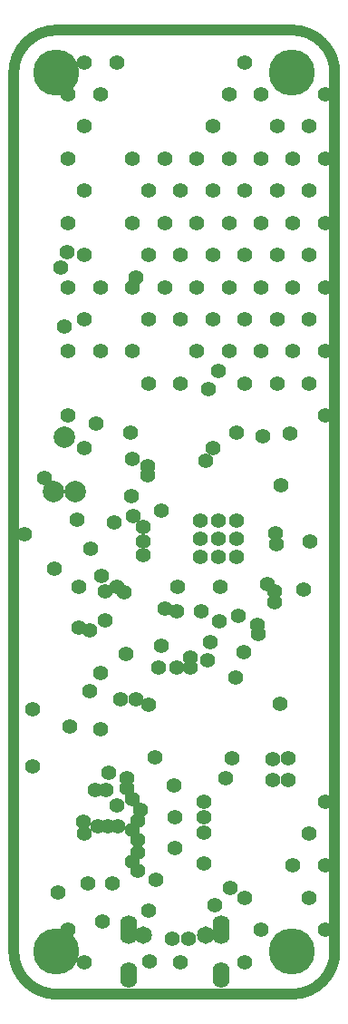
<source format=gbr>
%TF.GenerationSoftware,Altium Limited,Altium Designer,24.3.1 (35)*%
G04 Layer_Physical_Order=3*
G04 Layer_Color=128*
%FSLAX45Y45*%
%MOMM*%
%TF.SameCoordinates,F890BB90-1D0F-4F84-9AE3-556F965AF49A*%
%TF.FilePolarity,Negative*%
%TF.FileFunction,Copper,L3,Inr,Plane*%
%TF.Part,Single*%
G01*
G75*
%TA.AperFunction,NonConductor*%
%ADD54C,1.01600*%
%TA.AperFunction,WasherPad*%
%ADD55C,4.30000*%
%TA.AperFunction,ComponentPad*%
%ADD56C,1.65000*%
%ADD57O,1.60000X2.70000*%
%ADD58O,1.60000X2.40000*%
%ADD59C,2.00000*%
%TA.AperFunction,ViaPad*%
%ADD60C,1.40000*%
D54*
X8240000Y6000000D02*
G03*
X8640000Y6400000I0J400000D01*
G01*
Y14600000D02*
G03*
X8240000Y15000000I-400000J0D01*
G01*
X5640000Y6400000D02*
G03*
X6040000Y6000000I400000J0D01*
G01*
X6039999Y15000000D02*
G03*
X5639999Y14600000I0J-400000D01*
G01*
X6040000Y6000000D02*
X8240000D01*
X8640000Y6400000D02*
Y14600000D01*
X6039999Y15000000D02*
X8240000D01*
X5639999Y14600000D02*
X5640000Y6400000D01*
D55*
X6039999Y14600000D02*
D03*
X8240000D02*
D03*
X6040000Y6400000D02*
D03*
X8240000D02*
D03*
D56*
X7431000Y6550000D02*
D03*
X6853000D02*
D03*
D57*
X7574000Y6600000D02*
D03*
X6710000D02*
D03*
D58*
X7574000Y6182000D02*
D03*
X6710000D02*
D03*
D59*
X6008500Y10692000D02*
D03*
X6211500D02*
D03*
X6110000Y11200000D02*
D03*
D60*
X7916092Y9450240D02*
D03*
X8549997Y14399995D02*
D03*
X8399997Y14099995D02*
D03*
X8549997Y13799995D02*
D03*
X8399997Y13499995D02*
D03*
X8549997Y13199995D02*
D03*
X8399997Y12899995D02*
D03*
X8549997Y12599996D02*
D03*
X8399997Y12299996D02*
D03*
X8549997Y11999996D02*
D03*
X8399997Y11699996D02*
D03*
X8549997Y11399997D02*
D03*
Y7799998D02*
D03*
X8399997Y7499998D02*
D03*
X8549997Y7199998D02*
D03*
X8399997Y6899998D02*
D03*
X8549997Y6599998D02*
D03*
X8099998Y14099995D02*
D03*
X8249997Y13799995D02*
D03*
X8099998Y13499995D02*
D03*
X8249997Y13199995D02*
D03*
X8099998Y12899995D02*
D03*
X8249997Y12599996D02*
D03*
X8099998Y12299996D02*
D03*
X8249997Y11999996D02*
D03*
X8099998Y11699996D02*
D03*
X8249997Y7199998D02*
D03*
X7799998Y14699995D02*
D03*
X7949998Y14399995D02*
D03*
Y13799995D02*
D03*
X7799998Y13499995D02*
D03*
X7949998Y13199995D02*
D03*
X7799998Y12899995D02*
D03*
X7949998Y12599996D02*
D03*
X7799998Y12299996D02*
D03*
X7949998Y11999996D02*
D03*
X7799998Y11699996D02*
D03*
Y6899998D02*
D03*
X7949998Y6599998D02*
D03*
X7799998Y6299998D02*
D03*
X7649998Y14399995D02*
D03*
X7499998Y14099995D02*
D03*
X7649998Y13799995D02*
D03*
X7499998Y13499995D02*
D03*
X7649998Y13199995D02*
D03*
X7499998Y12899995D02*
D03*
X7649998Y12599996D02*
D03*
X7499998Y12299996D02*
D03*
X7649998Y11999996D02*
D03*
X7499998Y11099997D02*
D03*
X7349998Y13799995D02*
D03*
X7199998Y13499995D02*
D03*
X7349998Y13199995D02*
D03*
X7199998Y12899995D02*
D03*
X7349998Y12599996D02*
D03*
X7199998Y12299996D02*
D03*
X7349998Y11999996D02*
D03*
X7199998Y11699996D02*
D03*
Y6299998D02*
D03*
X7049998Y13799995D02*
D03*
X6899998Y13499995D02*
D03*
X7049998Y13199995D02*
D03*
X6899998Y12899995D02*
D03*
X7049998Y12599996D02*
D03*
X6899998Y12299996D02*
D03*
Y11699996D02*
D03*
X7049998Y9599997D02*
D03*
X6899998Y8699997D02*
D03*
X6599998Y14699995D02*
D03*
X6749998Y13799995D02*
D03*
Y13199995D02*
D03*
Y12599996D02*
D03*
Y11999996D02*
D03*
X6299998Y14699995D02*
D03*
X6449998Y14399995D02*
D03*
X6299998Y14099995D02*
D03*
Y13499995D02*
D03*
Y12899995D02*
D03*
X6449998Y12599996D02*
D03*
X6299998Y12299996D02*
D03*
X6449998Y11999996D02*
D03*
X6299998Y11099997D02*
D03*
X6449998Y8999997D02*
D03*
X6299998Y7499998D02*
D03*
Y6299998D02*
D03*
X6149998Y14399995D02*
D03*
Y13799995D02*
D03*
Y13199995D02*
D03*
Y12599996D02*
D03*
Y11999996D02*
D03*
Y11399997D02*
D03*
Y6599998D02*
D03*
X7790000Y9190000D02*
D03*
X6851767Y10358234D02*
D03*
X6760000Y10460000D02*
D03*
X6738755Y10651245D02*
D03*
X6670000Y9750000D02*
D03*
X6250000Y9800000D02*
D03*
X6960000Y8210000D02*
D03*
X6894600Y10843155D02*
D03*
Y10932100D02*
D03*
X7570000Y9800000D02*
D03*
X8079173Y9660000D02*
D03*
X7710000Y8960000D02*
D03*
X8079173Y9760000D02*
D03*
X7921245Y9358755D02*
D03*
X7740000Y9530000D02*
D03*
X7480000Y9290000D02*
D03*
X7020000Y9250000D02*
D03*
X6690000Y9180000D02*
D03*
X6780000Y8750000D02*
D03*
X6990000Y9050000D02*
D03*
X7160000D02*
D03*
X7290000D02*
D03*
Y9140000D02*
D03*
X6700000Y7920000D02*
D03*
X6531244Y8068755D02*
D03*
X7453755Y9116245D02*
D03*
X6750000Y7820000D02*
D03*
X6820000Y7720000D02*
D03*
X6800000Y7620000D02*
D03*
X6330000Y7032100D02*
D03*
X5740000Y10290000D02*
D03*
X5820000Y8130000D02*
D03*
Y8660000D02*
D03*
X6020000Y9970000D02*
D03*
X7560000Y9480000D02*
D03*
X7390000Y9570000D02*
D03*
X8010000Y9830000D02*
D03*
X8091562Y10204462D02*
D03*
X6850000Y10100000D02*
D03*
X7020000Y10510000D02*
D03*
X6850000Y10230000D02*
D03*
X6750000Y11000000D02*
D03*
X8060000Y8190000D02*
D03*
X7431245Y10981244D02*
D03*
X7550000Y10080000D02*
D03*
Y10420000D02*
D03*
X7720000Y10080000D02*
D03*
X7720000Y10250000D02*
D03*
Y10420000D02*
D03*
X7550000Y10250000D02*
D03*
X7380000D02*
D03*
Y10080000D02*
D03*
Y10420000D02*
D03*
X6600000Y7760000D02*
D03*
X6910000Y6310000D02*
D03*
X8200000Y8000000D02*
D03*
Y8200000D02*
D03*
X6460000Y9900000D02*
D03*
X7680000Y8200000D02*
D03*
X8060000Y8000000D02*
D03*
X7145000Y7655000D02*
D03*
X6580000Y10400000D02*
D03*
X6230000Y10430000D02*
D03*
X6360000Y10160000D02*
D03*
X6600000Y9800000D02*
D03*
X6490000Y9760000D02*
D03*
Y9490000D02*
D03*
X6700000Y8020000D02*
D03*
X6500000Y7910000D02*
D03*
X7720000Y11240000D02*
D03*
X7970000Y11210000D02*
D03*
X8220000Y11230000D02*
D03*
X8350000Y9780000D02*
D03*
X6640000Y8750000D02*
D03*
X6610000Y7570000D02*
D03*
X6518755Y7568755D02*
D03*
X6400000Y7910000D02*
D03*
X6160000Y8500000D02*
D03*
X6250000Y9420000D02*
D03*
X8081562Y10301562D02*
D03*
X8410000Y10230000D02*
D03*
X6800000Y7444462D02*
D03*
X7550000Y11820000D02*
D03*
X7160000Y9570000D02*
D03*
X7170000Y9800000D02*
D03*
X6730000Y11240000D02*
D03*
X6780000Y12690000D02*
D03*
X8130000Y8710000D02*
D03*
X6350000Y8830000D02*
D03*
X6800000Y7154462D02*
D03*
X7520000Y6830000D02*
D03*
X7460000Y11650000D02*
D03*
X6410000Y11330000D02*
D03*
X5930000Y10820000D02*
D03*
X6110000Y12230000D02*
D03*
X6080000Y12780000D02*
D03*
X6140000Y12930000D02*
D03*
X8140000Y10750000D02*
D03*
X6350000Y9400000D02*
D03*
X6290000Y7610000D02*
D03*
X6450000Y8470000D02*
D03*
X7660000Y6990000D02*
D03*
X7620000Y8020000D02*
D03*
X7140000Y7950000D02*
D03*
X6970000Y7070000D02*
D03*
X6750000Y7530000D02*
D03*
Y7240000D02*
D03*
X6800000Y7320000D02*
D03*
X7145000Y7365000D02*
D03*
X7415000Y7655000D02*
D03*
X6430000Y7570000D02*
D03*
X7420000Y7800000D02*
D03*
Y7510000D02*
D03*
Y7220000D02*
D03*
X6050000Y6950000D02*
D03*
X6900000Y6780000D02*
D03*
X6470000Y6680000D02*
D03*
X6560000Y7030000D02*
D03*
X7270000Y6520000D02*
D03*
X7120000D02*
D03*
%TF.MD5,8e15df7779e0e7f30bd24167837c9320*%
M02*

</source>
